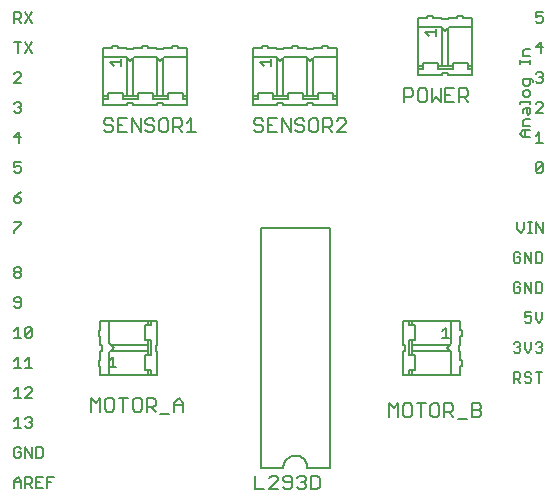
<source format=gto>
G75*
G70*
%OFA0B0*%
%FSLAX24Y24*%
%IPPOS*%
%LPD*%
%AMOC8*
5,1,8,0,0,1.08239X$1,22.5*
%
%ADD10C,0.0060*%
%ADD11C,0.0050*%
D10*
X002130Y012082D02*
X002130Y012309D01*
X002243Y012423D01*
X002357Y012309D01*
X002357Y012082D01*
X002498Y012082D02*
X002498Y012423D01*
X002668Y012423D01*
X002725Y012366D01*
X002725Y012253D01*
X002668Y012196D01*
X002498Y012196D01*
X002612Y012196D02*
X002725Y012082D01*
X002867Y012082D02*
X003093Y012082D01*
X003235Y012082D02*
X003235Y012423D01*
X003462Y012423D01*
X003348Y012253D02*
X003235Y012253D01*
X003093Y012423D02*
X002867Y012423D01*
X002867Y012082D01*
X002867Y012253D02*
X002980Y012253D01*
X002357Y012253D02*
X002130Y012253D01*
X002187Y013082D02*
X002300Y013082D01*
X002357Y013139D01*
X002357Y013253D01*
X002243Y013253D01*
X002130Y013366D02*
X002130Y013139D01*
X002187Y013082D01*
X002130Y013366D02*
X002187Y013423D01*
X002300Y013423D01*
X002357Y013366D01*
X002498Y013423D02*
X002498Y013082D01*
X002725Y013082D02*
X002498Y013423D01*
X002725Y013423D02*
X002725Y013082D01*
X002867Y013082D02*
X003037Y013082D01*
X003093Y013139D01*
X003093Y013366D01*
X003037Y013423D01*
X002867Y013423D01*
X002867Y013082D01*
X002668Y014082D02*
X002555Y014082D01*
X002498Y014139D01*
X002357Y014082D02*
X002130Y014082D01*
X002243Y014082D02*
X002243Y014423D01*
X002130Y014309D01*
X002498Y014366D02*
X002555Y014423D01*
X002668Y014423D01*
X002725Y014366D01*
X002725Y014309D01*
X002668Y014253D01*
X002725Y014196D01*
X002725Y014139D01*
X002668Y014082D01*
X002668Y014253D02*
X002612Y014253D01*
X002725Y015082D02*
X002498Y015082D01*
X002725Y015309D01*
X002725Y015366D01*
X002668Y015423D01*
X002555Y015423D01*
X002498Y015366D01*
X002243Y015423D02*
X002243Y015082D01*
X002130Y015082D02*
X002357Y015082D01*
X002130Y015309D02*
X002243Y015423D01*
X002243Y016082D02*
X002243Y016423D01*
X002130Y016309D01*
X002130Y016082D02*
X002357Y016082D01*
X002498Y016082D02*
X002725Y016082D01*
X002612Y016082D02*
X002612Y016423D01*
X002498Y016309D01*
X002555Y017082D02*
X002498Y017139D01*
X002725Y017366D01*
X002725Y017139D01*
X002668Y017082D01*
X002555Y017082D01*
X002498Y017139D02*
X002498Y017366D01*
X002555Y017423D01*
X002668Y017423D01*
X002725Y017366D01*
X002357Y017082D02*
X002130Y017082D01*
X002243Y017082D02*
X002243Y017423D01*
X002130Y017309D01*
X002187Y018082D02*
X002300Y018082D01*
X002357Y018139D01*
X002357Y018366D01*
X002300Y018423D01*
X002187Y018423D01*
X002130Y018366D01*
X002130Y018309D01*
X002187Y018253D01*
X002357Y018253D01*
X002187Y018082D02*
X002130Y018139D01*
X002187Y019082D02*
X002130Y019139D01*
X002130Y019196D01*
X002187Y019253D01*
X002300Y019253D01*
X002357Y019196D01*
X002357Y019139D01*
X002300Y019082D01*
X002187Y019082D01*
X002187Y019253D02*
X002130Y019309D01*
X002130Y019366D01*
X002187Y019423D01*
X002300Y019423D01*
X002357Y019366D01*
X002357Y019309D01*
X002300Y019253D01*
X002130Y020582D02*
X002130Y020639D01*
X002357Y020866D01*
X002357Y020923D01*
X002130Y020923D01*
X002187Y021582D02*
X002300Y021582D01*
X002357Y021639D01*
X002357Y021696D01*
X002300Y021753D01*
X002130Y021753D01*
X002130Y021639D01*
X002187Y021582D01*
X002130Y021753D02*
X002243Y021866D01*
X002357Y021923D01*
X002300Y022582D02*
X002187Y022582D01*
X002130Y022639D01*
X002130Y022753D02*
X002243Y022809D01*
X002300Y022809D01*
X002357Y022753D01*
X002357Y022639D01*
X002300Y022582D01*
X002130Y022753D02*
X002130Y022923D01*
X002357Y022923D01*
X002300Y023582D02*
X002300Y023923D01*
X002130Y023753D01*
X002357Y023753D01*
X002300Y024582D02*
X002187Y024582D01*
X002130Y024639D01*
X002243Y024753D02*
X002300Y024753D01*
X002357Y024696D01*
X002357Y024639D01*
X002300Y024582D01*
X002300Y024753D02*
X002357Y024809D01*
X002357Y024866D01*
X002300Y024923D01*
X002187Y024923D01*
X002130Y024866D01*
X002130Y025582D02*
X002357Y025809D01*
X002357Y025866D01*
X002300Y025923D01*
X002187Y025923D01*
X002130Y025866D01*
X002130Y025582D02*
X002357Y025582D01*
X002243Y026582D02*
X002243Y026923D01*
X002130Y026923D02*
X002357Y026923D01*
X002498Y026923D02*
X002725Y026582D01*
X002498Y026582D02*
X002725Y026923D01*
X002725Y027582D02*
X002498Y027923D01*
X002357Y027866D02*
X002357Y027753D01*
X002300Y027696D01*
X002130Y027696D01*
X002243Y027696D02*
X002357Y027582D01*
X002498Y027582D02*
X002725Y027923D01*
X002357Y027866D02*
X002300Y027923D01*
X002130Y027923D01*
X002130Y027582D01*
X005100Y026752D02*
X005100Y026452D01*
X005850Y026452D01*
X005900Y026402D01*
X005900Y025152D01*
X006100Y025152D01*
X006100Y026402D01*
X006150Y026452D01*
X006850Y026452D01*
X006900Y026402D01*
X006900Y025152D01*
X007100Y025152D01*
X007100Y026402D01*
X007150Y026452D01*
X007900Y026452D01*
X007900Y025152D01*
X007900Y025052D01*
X007750Y025052D01*
X007750Y025152D01*
X007750Y025252D01*
X007250Y025252D01*
X007250Y025152D01*
X007100Y025152D01*
X007250Y025152D02*
X007250Y025052D01*
X006750Y025052D01*
X006750Y025152D01*
X006900Y025152D01*
X006750Y025152D02*
X006750Y025252D01*
X006250Y025252D01*
X006250Y025152D01*
X006100Y025152D01*
X006250Y025152D02*
X006250Y025052D01*
X005750Y025052D01*
X005750Y025152D01*
X005900Y025152D01*
X005750Y025152D02*
X005750Y025252D01*
X005250Y025252D01*
X005250Y025152D01*
X005100Y025152D01*
X005100Y025052D01*
X005250Y025052D01*
X005250Y025152D01*
X005100Y025152D02*
X005100Y026452D01*
X005100Y026752D02*
X005400Y026752D01*
X005400Y026802D01*
X005600Y026802D01*
X005600Y026752D01*
X005900Y026752D01*
X005900Y026702D01*
X006100Y026702D01*
X006100Y026752D01*
X006400Y026752D01*
X006400Y026802D01*
X006600Y026802D01*
X006600Y026752D01*
X006900Y026752D01*
X006900Y026702D01*
X007100Y026702D01*
X007100Y026752D01*
X007400Y026752D01*
X007400Y026802D01*
X007600Y026802D01*
X007600Y026752D01*
X007900Y026752D01*
X007900Y026452D01*
X007100Y026402D02*
X007000Y026302D01*
X006900Y026402D01*
X006100Y026402D02*
X006000Y026302D01*
X005900Y026402D01*
X005900Y024902D02*
X006100Y024902D01*
X006100Y024852D01*
X006900Y024852D01*
X006900Y024902D01*
X007100Y024902D01*
X007100Y024852D01*
X007900Y024852D01*
X007900Y025052D01*
X007900Y025152D02*
X007750Y025152D01*
X005900Y024902D02*
X005900Y024852D01*
X005100Y024852D01*
X005100Y025052D01*
X010100Y025152D02*
X010100Y025052D01*
X010250Y025052D01*
X010250Y025152D01*
X010250Y025252D01*
X010750Y025252D01*
X010750Y025152D01*
X010900Y025152D01*
X010900Y026402D01*
X011000Y026302D01*
X011100Y026402D01*
X011100Y025152D01*
X011250Y025152D01*
X011250Y025252D01*
X011750Y025252D01*
X011750Y025152D01*
X011900Y025152D01*
X011900Y026402D01*
X012000Y026302D01*
X012100Y026402D01*
X012100Y025152D01*
X012250Y025152D01*
X012250Y025252D01*
X012750Y025252D01*
X012750Y025152D01*
X012900Y025152D01*
X012900Y025052D01*
X012750Y025052D01*
X012750Y025152D01*
X012900Y025152D02*
X012900Y026452D01*
X012900Y026752D01*
X012600Y026752D01*
X012600Y026802D01*
X012400Y026802D01*
X012400Y026752D01*
X012100Y026752D01*
X012100Y026702D01*
X011900Y026702D01*
X011900Y026752D01*
X011600Y026752D01*
X011600Y026802D01*
X011400Y026802D01*
X011400Y026752D01*
X011100Y026752D01*
X011100Y026702D01*
X010900Y026702D01*
X010900Y026752D01*
X010600Y026752D01*
X010600Y026802D01*
X010400Y026802D01*
X010400Y026752D01*
X010100Y026752D01*
X010100Y026452D01*
X010850Y026452D01*
X010900Y026402D01*
X011100Y026402D02*
X011150Y026452D01*
X011850Y026452D01*
X011900Y026402D01*
X012100Y026402D02*
X012150Y026452D01*
X012900Y026452D01*
X012250Y025152D02*
X012250Y025052D01*
X011750Y025052D01*
X011750Y025152D01*
X011900Y025152D02*
X012100Y025152D01*
X012100Y024902D02*
X011900Y024902D01*
X011900Y024852D01*
X011100Y024852D01*
X011100Y024902D01*
X010900Y024902D01*
X010900Y024852D01*
X010100Y024852D01*
X010100Y025052D01*
X010100Y025152D02*
X010250Y025152D01*
X010100Y025152D02*
X010100Y026452D01*
X010750Y025152D02*
X010750Y025052D01*
X011250Y025052D01*
X011250Y025152D01*
X011100Y025152D02*
X010900Y025152D01*
X012100Y024902D02*
X012100Y024852D01*
X012900Y024852D01*
X012900Y025052D01*
X015600Y025852D02*
X015600Y026052D01*
X015600Y026152D01*
X015750Y026152D01*
X015750Y026252D01*
X016250Y026252D01*
X016250Y026152D01*
X016400Y026152D01*
X016400Y027402D01*
X016500Y027302D01*
X016600Y027402D01*
X016600Y026152D01*
X016400Y026152D01*
X016250Y026152D02*
X016250Y026052D01*
X016750Y026052D01*
X016750Y026152D01*
X016600Y026152D01*
X016750Y026152D02*
X016750Y026252D01*
X017250Y026252D01*
X017250Y026152D01*
X017400Y026152D01*
X017400Y026052D01*
X017250Y026052D01*
X017250Y026152D01*
X017400Y026152D02*
X017400Y027452D01*
X017400Y027752D01*
X017100Y027752D01*
X017100Y027802D01*
X016900Y027802D01*
X016900Y027752D01*
X016600Y027752D01*
X016600Y027702D01*
X016400Y027702D01*
X016400Y027752D01*
X016100Y027752D01*
X016100Y027802D01*
X015900Y027802D01*
X015900Y027752D01*
X015600Y027752D01*
X015600Y027452D01*
X015600Y026152D01*
X015600Y026052D02*
X015750Y026052D01*
X015750Y026152D01*
X015600Y025852D02*
X016400Y025852D01*
X016400Y025902D01*
X016600Y025902D01*
X016600Y025852D01*
X017400Y025852D01*
X017400Y026052D01*
X017400Y027452D02*
X016650Y027452D01*
X016600Y027402D01*
X016400Y027402D02*
X016350Y027452D01*
X015600Y027452D01*
X018985Y026332D02*
X018985Y026219D01*
X018985Y026275D02*
X019325Y026275D01*
X019325Y026219D02*
X019325Y026332D01*
X019325Y026464D02*
X019098Y026464D01*
X019098Y026634D01*
X019155Y026691D01*
X019325Y026691D01*
X019517Y026753D02*
X019744Y026753D01*
X019687Y026923D02*
X019687Y026582D01*
X019517Y026753D02*
X019687Y026923D01*
X019687Y027582D02*
X019573Y027582D01*
X019517Y027639D01*
X019517Y027753D02*
X019630Y027809D01*
X019687Y027809D01*
X019744Y027753D01*
X019744Y027639D01*
X019687Y027582D01*
X019517Y027753D02*
X019517Y027923D01*
X019744Y027923D01*
X019687Y025923D02*
X019744Y025866D01*
X019744Y025809D01*
X019687Y025753D01*
X019744Y025696D01*
X019744Y025639D01*
X019687Y025582D01*
X019573Y025582D01*
X019517Y025639D01*
X019438Y025652D02*
X019382Y025709D01*
X019098Y025709D01*
X019098Y025539D01*
X019155Y025482D01*
X019268Y025482D01*
X019325Y025539D01*
X019325Y025709D01*
X019438Y025652D02*
X019438Y025595D01*
X019630Y025753D02*
X019687Y025753D01*
X019687Y025923D02*
X019573Y025923D01*
X019517Y025866D01*
X019268Y025340D02*
X019155Y025340D01*
X019098Y025284D01*
X019098Y025170D01*
X019155Y025114D01*
X019268Y025114D01*
X019325Y025170D01*
X019325Y025284D01*
X019268Y025340D01*
X019325Y024981D02*
X019325Y024868D01*
X019325Y024925D02*
X018985Y024925D01*
X018985Y024868D01*
X019155Y024727D02*
X019325Y024727D01*
X019325Y024556D01*
X019268Y024500D01*
X019212Y024556D01*
X019212Y024727D01*
X019155Y024727D02*
X019098Y024670D01*
X019098Y024556D01*
X019155Y024358D02*
X019325Y024358D01*
X019155Y024358D02*
X019098Y024302D01*
X019098Y024131D01*
X019325Y024131D01*
X019325Y023990D02*
X019098Y023990D01*
X018985Y023877D01*
X019098Y023763D01*
X019325Y023763D01*
X019155Y023763D02*
X019155Y023990D01*
X019517Y023809D02*
X019630Y023923D01*
X019630Y023582D01*
X019517Y023582D02*
X019744Y023582D01*
X019687Y022923D02*
X019744Y022866D01*
X019517Y022639D01*
X019573Y022582D01*
X019687Y022582D01*
X019744Y022639D01*
X019744Y022866D01*
X019687Y022923D02*
X019573Y022923D01*
X019517Y022866D01*
X019517Y022639D01*
X019517Y020923D02*
X019744Y020582D01*
X019744Y020923D01*
X019517Y020923D02*
X019517Y020582D01*
X019385Y020582D02*
X019271Y020582D01*
X019328Y020582D02*
X019328Y020923D01*
X019271Y020923D02*
X019385Y020923D01*
X019130Y020923D02*
X019130Y020696D01*
X019016Y020582D01*
X018903Y020696D01*
X018903Y020923D01*
X018945Y019923D02*
X018832Y019923D01*
X018775Y019866D01*
X018775Y019639D01*
X018832Y019582D01*
X018945Y019582D01*
X019002Y019639D01*
X019002Y019753D01*
X018888Y019753D01*
X019002Y019866D02*
X018945Y019923D01*
X019143Y019923D02*
X019143Y019582D01*
X019370Y019582D02*
X019143Y019923D01*
X019370Y019923D02*
X019370Y019582D01*
X019512Y019582D02*
X019682Y019582D01*
X019739Y019639D01*
X019739Y019866D01*
X019682Y019923D01*
X019512Y019923D01*
X019512Y019582D01*
X019512Y018923D02*
X019682Y018923D01*
X019739Y018866D01*
X019739Y018639D01*
X019682Y018582D01*
X019512Y018582D01*
X019512Y018923D01*
X019370Y018923D02*
X019370Y018582D01*
X019143Y018923D01*
X019143Y018582D01*
X019002Y018639D02*
X019002Y018753D01*
X018888Y018753D01*
X018775Y018866D02*
X018775Y018639D01*
X018832Y018582D01*
X018945Y018582D01*
X019002Y018639D01*
X019002Y018866D02*
X018945Y018923D01*
X018832Y018923D01*
X018775Y018866D01*
X019143Y017923D02*
X019143Y017753D01*
X019257Y017809D01*
X019314Y017809D01*
X019370Y017753D01*
X019370Y017639D01*
X019314Y017582D01*
X019200Y017582D01*
X019143Y017639D01*
X019143Y017923D02*
X019370Y017923D01*
X019512Y017923D02*
X019512Y017696D01*
X019625Y017582D01*
X019739Y017696D01*
X019739Y017923D01*
X019682Y016923D02*
X019739Y016866D01*
X019739Y016809D01*
X019682Y016753D01*
X019739Y016696D01*
X019739Y016639D01*
X019682Y016582D01*
X019568Y016582D01*
X019512Y016639D01*
X019370Y016696D02*
X019370Y016923D01*
X019512Y016866D02*
X019568Y016923D01*
X019682Y016923D01*
X019682Y016753D02*
X019625Y016753D01*
X019370Y016696D02*
X019257Y016582D01*
X019143Y016696D01*
X019143Y016923D01*
X019002Y016866D02*
X019002Y016809D01*
X018945Y016753D01*
X019002Y016696D01*
X019002Y016639D01*
X018945Y016582D01*
X018832Y016582D01*
X018775Y016639D01*
X018888Y016753D02*
X018945Y016753D01*
X019002Y016866D02*
X018945Y016923D01*
X018832Y016923D01*
X018775Y016866D01*
X018775Y015923D02*
X018945Y015923D01*
X019002Y015866D01*
X019002Y015753D01*
X018945Y015696D01*
X018775Y015696D01*
X018888Y015696D02*
X019002Y015582D01*
X019143Y015639D02*
X019200Y015582D01*
X019314Y015582D01*
X019370Y015639D01*
X019370Y015696D01*
X019314Y015753D01*
X019200Y015753D01*
X019143Y015809D01*
X019143Y015866D01*
X019200Y015923D01*
X019314Y015923D01*
X019370Y015866D01*
X019512Y015923D02*
X019739Y015923D01*
X019625Y015923D02*
X019625Y015582D01*
X018775Y015582D02*
X018775Y015923D01*
X017050Y016152D02*
X017050Y016352D01*
X017000Y016352D01*
X017000Y016652D01*
X016950Y016652D01*
X016950Y016852D01*
X017000Y016852D01*
X017000Y017152D01*
X017050Y017152D01*
X017050Y017352D01*
X017000Y017352D01*
X017000Y017652D01*
X016700Y017652D01*
X015400Y017652D01*
X015300Y017652D01*
X015300Y017502D01*
X015400Y017502D01*
X015500Y017502D01*
X015500Y017002D01*
X015400Y017002D01*
X015400Y016852D01*
X016650Y016852D01*
X016550Y016752D01*
X016650Y016652D01*
X015400Y016652D01*
X015400Y016852D01*
X015400Y017002D02*
X015300Y017002D01*
X015300Y016502D01*
X015400Y016502D01*
X015400Y016652D01*
X015400Y016502D02*
X015500Y016502D01*
X015500Y016002D01*
X015400Y016002D01*
X015400Y015852D01*
X015300Y015852D01*
X015300Y016002D01*
X015400Y016002D01*
X015400Y015852D02*
X016700Y015852D01*
X017000Y015852D01*
X017000Y016152D01*
X017050Y016152D01*
X016700Y015852D02*
X016700Y016602D01*
X016650Y016652D01*
X016650Y016852D02*
X016700Y016902D01*
X016700Y017652D01*
X015400Y017652D02*
X015400Y017502D01*
X015300Y017652D02*
X015100Y017652D01*
X015100Y016852D01*
X015150Y016852D01*
X015150Y016652D01*
X015100Y016652D01*
X015100Y015852D01*
X015300Y015852D01*
X012650Y012752D02*
X011900Y012752D01*
X011898Y012791D01*
X011892Y012830D01*
X011883Y012868D01*
X011870Y012905D01*
X011853Y012941D01*
X011833Y012974D01*
X011809Y013006D01*
X011783Y013035D01*
X011754Y013061D01*
X011722Y013085D01*
X011689Y013105D01*
X011653Y013122D01*
X011616Y013135D01*
X011578Y013144D01*
X011539Y013150D01*
X011500Y013152D01*
X011461Y013150D01*
X011422Y013144D01*
X011384Y013135D01*
X011347Y013122D01*
X011311Y013105D01*
X011278Y013085D01*
X011246Y013061D01*
X011217Y013035D01*
X011191Y013006D01*
X011167Y012974D01*
X011147Y012941D01*
X011130Y012905D01*
X011117Y012868D01*
X011108Y012830D01*
X011102Y012791D01*
X011100Y012752D01*
X010350Y012752D01*
X010350Y020752D01*
X012650Y020752D01*
X012650Y012752D01*
X006900Y015852D02*
X006700Y015852D01*
X006600Y015852D01*
X006600Y016002D01*
X006500Y016002D01*
X006500Y016502D01*
X006600Y016502D01*
X006600Y016652D01*
X005350Y016652D01*
X005450Y016752D01*
X005350Y016852D01*
X006600Y016852D01*
X006600Y016652D01*
X006600Y016502D02*
X006700Y016502D01*
X006700Y017002D01*
X006600Y017002D01*
X006600Y016852D01*
X006600Y017002D02*
X006500Y017002D01*
X006500Y017502D01*
X006600Y017502D01*
X006600Y017652D01*
X006700Y017652D01*
X006700Y017502D01*
X006600Y017502D01*
X006600Y017652D02*
X005300Y017652D01*
X005000Y017652D01*
X005000Y017352D01*
X004950Y017352D01*
X004950Y017152D01*
X005000Y017152D01*
X005000Y016852D01*
X005050Y016852D01*
X005050Y016652D01*
X005000Y016652D01*
X005000Y016352D01*
X004950Y016352D01*
X004950Y016152D01*
X005000Y016152D01*
X005000Y015852D01*
X005300Y015852D01*
X006600Y015852D01*
X006700Y015852D02*
X006700Y016002D01*
X006600Y016002D01*
X006900Y015852D02*
X006900Y016652D01*
X006850Y016652D01*
X006850Y016852D01*
X006900Y016852D01*
X006900Y017652D01*
X006700Y017652D01*
X005350Y016852D02*
X005300Y016902D01*
X005300Y017652D01*
X005350Y016652D02*
X005300Y016602D01*
X005300Y015852D01*
X019517Y024582D02*
X019744Y024809D01*
X019744Y024866D01*
X019687Y024923D01*
X019573Y024923D01*
X019517Y024866D01*
X019517Y024582D02*
X019744Y024582D01*
D11*
X017267Y024937D02*
X017117Y025087D01*
X017192Y025087D02*
X016967Y025087D01*
X016967Y024937D02*
X016967Y025388D01*
X017192Y025388D01*
X017267Y025313D01*
X017267Y025163D01*
X017192Y025087D01*
X016806Y024937D02*
X016506Y024937D01*
X016506Y025388D01*
X016806Y025388D01*
X016656Y025163D02*
X016506Y025163D01*
X016346Y024937D02*
X016346Y025388D01*
X016046Y025388D02*
X016046Y024937D01*
X016196Y025087D01*
X016346Y024937D01*
X015886Y025012D02*
X015886Y025313D01*
X015811Y025388D01*
X015660Y025388D01*
X015585Y025313D01*
X015585Y025012D01*
X015660Y024937D01*
X015811Y024937D01*
X015886Y025012D01*
X015425Y025163D02*
X015350Y025087D01*
X015125Y025087D01*
X015125Y024937D02*
X015125Y025388D01*
X015350Y025388D01*
X015425Y025313D01*
X015425Y025163D01*
X015948Y027147D02*
X015835Y027261D01*
X016175Y027261D01*
X016175Y027374D02*
X016175Y027147D01*
X013188Y024313D02*
X013113Y024388D01*
X012962Y024388D01*
X012887Y024313D01*
X012727Y024313D02*
X012727Y024163D01*
X012652Y024087D01*
X012427Y024087D01*
X012427Y023937D02*
X012427Y024388D01*
X012652Y024388D01*
X012727Y024313D01*
X012577Y024087D02*
X012727Y023937D01*
X012887Y023937D02*
X013188Y024238D01*
X013188Y024313D01*
X013188Y023937D02*
X012887Y023937D01*
X012267Y024012D02*
X012267Y024313D01*
X012192Y024388D01*
X012042Y024388D01*
X011967Y024313D01*
X011967Y024012D01*
X012042Y023937D01*
X012192Y023937D01*
X012267Y024012D01*
X011806Y024012D02*
X011731Y023937D01*
X011581Y023937D01*
X011506Y024012D01*
X011581Y024163D02*
X011506Y024238D01*
X011506Y024313D01*
X011581Y024388D01*
X011731Y024388D01*
X011806Y024313D01*
X011731Y024163D02*
X011806Y024087D01*
X011806Y024012D01*
X011731Y024163D02*
X011581Y024163D01*
X011346Y024388D02*
X011346Y023937D01*
X011046Y024388D01*
X011046Y023937D01*
X010886Y023937D02*
X010585Y023937D01*
X010585Y024388D01*
X010886Y024388D01*
X010736Y024163D02*
X010585Y024163D01*
X010425Y024087D02*
X010425Y024012D01*
X010350Y023937D01*
X010200Y023937D01*
X010125Y024012D01*
X010200Y024163D02*
X010350Y024163D01*
X010425Y024087D01*
X010425Y024313D02*
X010350Y024388D01*
X010200Y024388D01*
X010125Y024313D01*
X010125Y024238D01*
X010200Y024163D01*
X010448Y026147D02*
X010335Y026261D01*
X010675Y026261D01*
X010675Y026374D02*
X010675Y026147D01*
X008037Y024388D02*
X008037Y023937D01*
X007887Y023937D02*
X008188Y023937D01*
X007887Y024238D02*
X008037Y024388D01*
X007727Y024313D02*
X007727Y024163D01*
X007652Y024087D01*
X007427Y024087D01*
X007427Y023937D02*
X007427Y024388D01*
X007652Y024388D01*
X007727Y024313D01*
X007577Y024087D02*
X007727Y023937D01*
X007267Y024012D02*
X007267Y024313D01*
X007192Y024388D01*
X007042Y024388D01*
X006967Y024313D01*
X006967Y024012D01*
X007042Y023937D01*
X007192Y023937D01*
X007267Y024012D01*
X006806Y024012D02*
X006731Y023937D01*
X006581Y023937D01*
X006506Y024012D01*
X006581Y024163D02*
X006731Y024163D01*
X006806Y024087D01*
X006806Y024012D01*
X006581Y024163D02*
X006506Y024238D01*
X006506Y024313D01*
X006581Y024388D01*
X006731Y024388D01*
X006806Y024313D01*
X006346Y024388D02*
X006346Y023937D01*
X006046Y024388D01*
X006046Y023937D01*
X005886Y023937D02*
X005585Y023937D01*
X005585Y024388D01*
X005886Y024388D01*
X005736Y024163D02*
X005585Y024163D01*
X005425Y024087D02*
X005425Y024012D01*
X005350Y023937D01*
X005200Y023937D01*
X005125Y024012D01*
X005200Y024163D02*
X005350Y024163D01*
X005425Y024087D01*
X005425Y024313D02*
X005350Y024388D01*
X005200Y024388D01*
X005125Y024313D01*
X005125Y024238D01*
X005200Y024163D01*
X005448Y026147D02*
X005335Y026261D01*
X005675Y026261D01*
X005675Y026374D02*
X005675Y026147D01*
X005409Y016428D02*
X005296Y016314D01*
X005409Y016428D02*
X005409Y016087D01*
X005296Y016087D02*
X005523Y016087D01*
X005623Y015068D02*
X005923Y015068D01*
X005773Y015068D02*
X005773Y014617D01*
X006083Y014692D02*
X006158Y014617D01*
X006309Y014617D01*
X006384Y014692D01*
X006384Y014993D01*
X006309Y015068D01*
X006158Y015068D01*
X006083Y014993D01*
X006083Y014692D01*
X006544Y014617D02*
X006544Y015068D01*
X006769Y015068D01*
X006844Y014993D01*
X006844Y014843D01*
X006769Y014767D01*
X006544Y014767D01*
X006694Y014767D02*
X006844Y014617D01*
X007004Y014542D02*
X007304Y014542D01*
X007465Y014617D02*
X007465Y014918D01*
X007615Y015068D01*
X007765Y014918D01*
X007765Y014617D01*
X007765Y014843D02*
X007465Y014843D01*
X005463Y014692D02*
X005463Y014993D01*
X005388Y015068D01*
X005238Y015068D01*
X005163Y014993D01*
X005163Y014692D01*
X005238Y014617D01*
X005388Y014617D01*
X005463Y014692D01*
X005003Y014617D02*
X005003Y015068D01*
X004852Y014918D01*
X004702Y015068D01*
X004702Y014617D01*
X010173Y012478D02*
X010173Y012027D01*
X010473Y012027D01*
X010633Y012027D02*
X010934Y012328D01*
X010934Y012403D01*
X010859Y012478D01*
X010708Y012478D01*
X010633Y012403D01*
X010633Y012027D02*
X010934Y012027D01*
X011094Y012102D02*
X011169Y012027D01*
X011319Y012027D01*
X011394Y012102D01*
X011394Y012403D01*
X011319Y012478D01*
X011169Y012478D01*
X011094Y012403D01*
X011094Y012328D01*
X011169Y012253D01*
X011394Y012253D01*
X011554Y012403D02*
X011629Y012478D01*
X011779Y012478D01*
X011854Y012403D01*
X011854Y012328D01*
X011779Y012253D01*
X011854Y012177D01*
X011854Y012102D01*
X011779Y012027D01*
X011629Y012027D01*
X011554Y012102D01*
X011704Y012253D02*
X011779Y012253D01*
X012015Y012478D02*
X012240Y012478D01*
X012315Y012403D01*
X012315Y012102D01*
X012240Y012027D01*
X012015Y012027D01*
X012015Y012478D01*
X014625Y014437D02*
X014625Y014888D01*
X014775Y014738D01*
X014925Y014888D01*
X014925Y014437D01*
X015085Y014512D02*
X015085Y014813D01*
X015160Y014888D01*
X015311Y014888D01*
X015386Y014813D01*
X015386Y014512D01*
X015311Y014437D01*
X015160Y014437D01*
X015085Y014512D01*
X015546Y014888D02*
X015846Y014888D01*
X015696Y014888D02*
X015696Y014437D01*
X016006Y014512D02*
X016081Y014437D01*
X016231Y014437D01*
X016306Y014512D01*
X016306Y014813D01*
X016231Y014888D01*
X016081Y014888D01*
X016006Y014813D01*
X016006Y014512D01*
X016467Y014437D02*
X016467Y014888D01*
X016692Y014888D01*
X016767Y014813D01*
X016767Y014663D01*
X016692Y014587D01*
X016467Y014587D01*
X016617Y014587D02*
X016767Y014437D01*
X016927Y014362D02*
X017227Y014362D01*
X017387Y014437D02*
X017387Y014888D01*
X017613Y014888D01*
X017688Y014813D01*
X017688Y014738D01*
X017613Y014663D01*
X017387Y014663D01*
X017613Y014663D02*
X017688Y014587D01*
X017688Y014512D01*
X017613Y014437D01*
X017387Y014437D01*
X016622Y017077D02*
X016395Y017077D01*
X016508Y017077D02*
X016508Y017418D01*
X016395Y017304D01*
M02*

</source>
